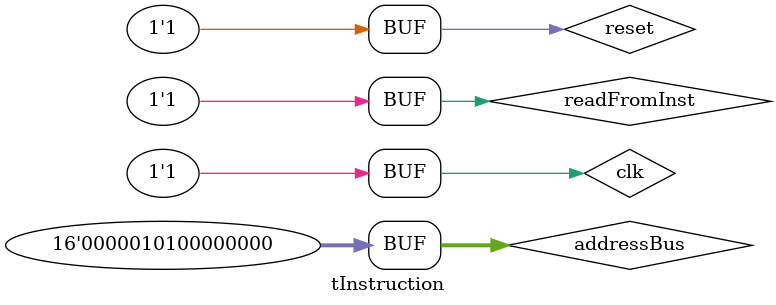
<source format=v>
module tInstruction;

wire [31 : 0] instructionData;
reg [15 : 0] addressBus; 
reg readFromInst, clk, reset;

instruction myInstruction(instructionData, addressBus, readFromInst, clk, reset);

initial
begin
    addressBus = 16'h0_0_0_0;
    readFromInst = 0;
    clk = 0; 
    reset = 0;
end

initial
begin
   #2 addressBus = 16'h0_0_0_0; // This will read from location 0 in instr
   #2 readFromInst = 1; // We will be reading to it
   #2 reset = 1;
   #2 clk = 1; // Now We will begin
   #2 clk = 0; 
   #2 addressBus = 16'h0_5_0_0; // This will get address 5
   #2 clk = 1;
end
initial
begin
    $monitor("TheAddress : %h\nread : %h\nclock : %h\nreset : %h\noutputData : %h\n\n", 
        addressBus, readFromInst, clk, reset, instructionData);
end


endmodule

</source>
